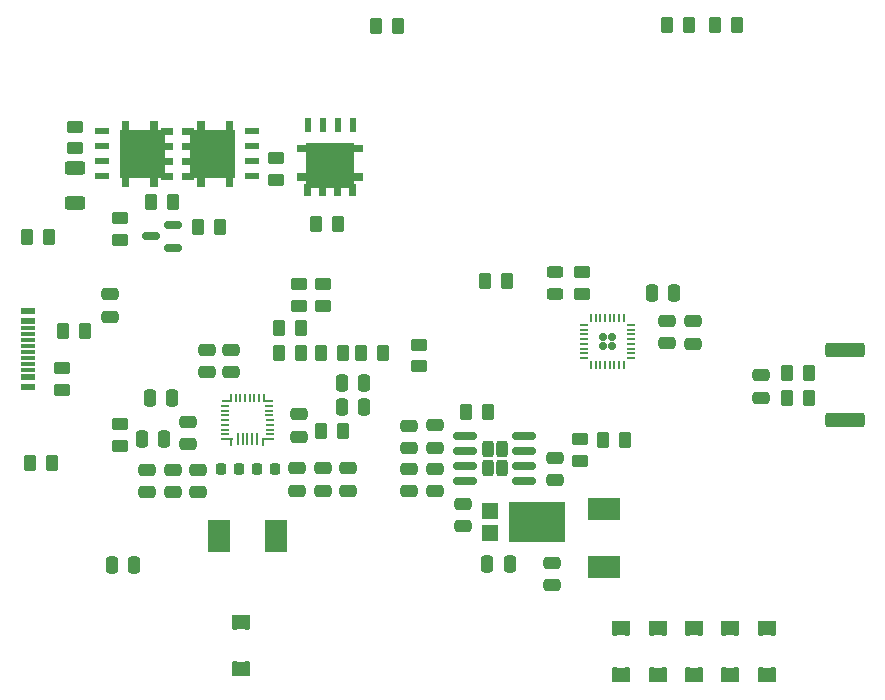
<source format=gbr>
%TF.GenerationSoftware,KiCad,Pcbnew,8.0.3+1*%
%TF.CreationDate,2024-07-24T18:39:24+00:00*%
%TF.ProjectId,LION2CELL02,4c494f4e-3243-4454-9c4c-30322e6b6963,rev?*%
%TF.SameCoordinates,Original*%
%TF.FileFunction,Paste,Bot*%
%TF.FilePolarity,Positive*%
%FSLAX46Y46*%
G04 Gerber Fmt 4.6, Leading zero omitted, Abs format (unit mm)*
G04 Created by KiCad (PCBNEW 8.0.3+1) date 2024-07-24 18:39:24*
%MOMM*%
%LPD*%
G01*
G04 APERTURE LIST*
G04 Aperture macros list*
%AMRoundRect*
0 Rectangle with rounded corners*
0 $1 Rounding radius*
0 $2 $3 $4 $5 $6 $7 $8 $9 X,Y pos of 4 corners*
0 Add a 4 corners polygon primitive as box body*
4,1,4,$2,$3,$4,$5,$6,$7,$8,$9,$2,$3,0*
0 Add four circle primitives for the rounded corners*
1,1,$1+$1,$2,$3*
1,1,$1+$1,$4,$5*
1,1,$1+$1,$6,$7*
1,1,$1+$1,$8,$9*
0 Add four rect primitives between the rounded corners*
20,1,$1+$1,$2,$3,$4,$5,0*
20,1,$1+$1,$4,$5,$6,$7,0*
20,1,$1+$1,$6,$7,$8,$9,0*
20,1,$1+$1,$8,$9,$2,$3,0*%
%AMFreePoly0*
4,1,27,0.405000,0.748540,0.473851,0.737775,0.540468,0.697134,0.586462,0.634092,0.604830,0.558249,0.592775,0.481149,0.592776,0.481149,0.558927,0.388685,0.517726,0.196112,0.503933,-0.000335,0.517820,-0.196775,0.559113,-0.389328,0.593006,-0.481776,0.593005,-0.481776,0.605097,-0.558870,0.586765,-0.634722,0.540802,-0.697786,0.474204,-0.738459,0.405000,-0.749313,0.405000,-0.750000,
0.400623,-0.750000,0.397110,-0.750551,0.394830,-0.750000,-0.645000,-0.750000,-0.645000,0.750000,0.405000,0.750000,0.405000,0.748540,0.405000,0.748540,$1*%
%AMFreePoly1*
4,1,37,-1.390000,2.050000,0.435000,2.050000,0.435000,2.805000,1.035000,2.805000,1.035000,2.050000,1.215000,2.050000,1.215000,-2.050000,1.035000,-2.050000,1.035000,-2.805000,0.435000,-2.805000,0.435000,-2.050000,-1.390000,-2.050000,-1.390000,-2.805000,-1.990000,-2.805000,-1.990000,-2.050000,-2.285000,-2.050000,-2.285000,-2.210000,-3.305000,-2.210000,-3.305000,-1.600000,-2.595000,-1.600000,
-2.595000,-0.940000,-3.305000,-0.940000,-3.305000,-0.330000,-2.595000,-0.330000,-2.595000,0.330000,-3.305000,0.330000,-3.305000,0.940000,-2.595000,0.940000,-2.595000,1.600000,-3.305000,1.600000,-3.305000,2.210000,-2.285000,2.210000,-2.285000,2.050000,-1.990000,2.050000,-1.990000,2.805000,-1.390000,2.805000,-1.390000,2.050000,-1.390000,2.050000,$1*%
G04 Aperture macros list end*
%ADD10RoundRect,0.250000X0.475000X-0.250000X0.475000X0.250000X-0.475000X0.250000X-0.475000X-0.250000X0*%
%ADD11RoundRect,0.225000X0.225000X0.250000X-0.225000X0.250000X-0.225000X-0.250000X0.225000X-0.250000X0*%
%ADD12RoundRect,0.250000X-0.475000X0.250000X-0.475000X-0.250000X0.475000X-0.250000X0.475000X0.250000X0*%
%ADD13RoundRect,0.250000X0.250000X0.475000X-0.250000X0.475000X-0.250000X-0.475000X0.250000X-0.475000X0*%
%ADD14FreePoly0,90.000000*%
%ADD15FreePoly0,270.000000*%
%ADD16R,1.150000X0.600000*%
%ADD17R,1.150000X0.300000*%
%ADD18R,1.903000X2.790000*%
%ADD19R,0.610000X1.270000*%
%ADD20FreePoly1,90.000000*%
%ADD21RoundRect,0.250000X0.262500X0.450000X-0.262500X0.450000X-0.262500X-0.450000X0.262500X-0.450000X0*%
%ADD22RoundRect,0.250000X-0.262500X-0.450000X0.262500X-0.450000X0.262500X0.450000X-0.262500X0.450000X0*%
%ADD23RoundRect,0.250000X0.450000X-0.262500X0.450000X0.262500X-0.450000X0.262500X-0.450000X-0.262500X0*%
%ADD24RoundRect,0.250000X-0.450000X0.262500X-0.450000X-0.262500X0.450000X-0.262500X0.450000X0.262500X0*%
%ADD25RoundRect,0.250000X-0.625000X0.312500X-0.625000X-0.312500X0.625000X-0.312500X0.625000X0.312500X0*%
%ADD26RoundRect,0.050000X-0.425000X-0.050000X0.425000X-0.050000X0.425000X0.050000X-0.425000X0.050000X0*%
%ADD27RoundRect,0.050000X-0.050000X-0.300000X0.050000X-0.300000X0.050000X0.300000X-0.050000X0.300000X0*%
%ADD28RoundRect,0.050000X-0.250000X-0.050000X0.250000X-0.050000X0.250000X0.050000X-0.250000X0.050000X0*%
%ADD29RoundRect,0.050000X-0.400000X-0.050000X0.400000X-0.050000X0.400000X0.050000X-0.400000X0.050000X0*%
%ADD30RoundRect,0.050000X-0.050000X-0.250000X0.050000X-0.250000X0.050000X0.250000X-0.050000X0.250000X0*%
%ADD31RoundRect,0.050000X-0.050000X0.300000X-0.050000X-0.300000X0.050000X-0.300000X0.050000X0.300000X0*%
%ADD32RoundRect,0.050000X-0.300000X-0.050000X0.300000X-0.050000X0.300000X0.050000X-0.300000X0.050000X0*%
%ADD33RoundRect,0.050000X-0.275000X-0.050000X0.275000X-0.050000X0.275000X0.050000X-0.275000X0.050000X0*%
%ADD34RoundRect,0.050000X-0.290000X-0.050000X0.290000X-0.050000X0.290000X0.050000X-0.290000X0.050000X0*%
%ADD35RoundRect,0.050000X-0.050000X-0.450000X0.050000X-0.450000X0.050000X0.450000X-0.050000X0.450000X0*%
%ADD36RoundRect,0.118800X0.181200X0.181200X-0.181200X0.181200X-0.181200X-0.181200X0.181200X-0.181200X0*%
%ADD37RoundRect,0.050000X0.300000X0.050000X-0.300000X0.050000X-0.300000X-0.050000X0.300000X-0.050000X0*%
%ADD38RoundRect,0.050000X0.050000X0.300000X-0.050000X0.300000X-0.050000X-0.300000X0.050000X-0.300000X0*%
%ADD39RoundRect,0.250000X1.425000X-0.362500X1.425000X0.362500X-1.425000X0.362500X-1.425000X-0.362500X0*%
%ADD40R,2.790000X1.903000*%
%ADD41R,1.270000X0.610000*%
%ADD42FreePoly1,0.000000*%
%ADD43RoundRect,0.250000X-0.255000X-0.440000X0.255000X-0.440000X0.255000X0.440000X-0.255000X0.440000X0*%
%ADD44RoundRect,0.150000X-0.825000X-0.150000X0.825000X-0.150000X0.825000X0.150000X-0.825000X0.150000X0*%
%ADD45FreePoly1,180.000000*%
%ADD46R,4.860000X3.360000*%
%ADD47R,1.400000X1.390000*%
%ADD48RoundRect,0.243750X0.456250X-0.243750X0.456250X0.243750X-0.456250X0.243750X-0.456250X-0.243750X0*%
%ADD49RoundRect,0.225000X-0.225000X-0.250000X0.225000X-0.250000X0.225000X0.250000X-0.225000X0.250000X0*%
%ADD50RoundRect,0.250000X-0.250000X-0.475000X0.250000X-0.475000X0.250000X0.475000X-0.250000X0.475000X0*%
%ADD51RoundRect,0.150000X0.587500X0.150000X-0.587500X0.150000X-0.587500X-0.150000X0.587500X-0.150000X0*%
G04 APERTURE END LIST*
D10*
%TO.C,C1*%
X19685000Y38293000D03*
X19685000Y40193000D03*
%TD*%
D11*
%TO.C,C5*%
X33668000Y25400000D03*
X32118000Y25400000D03*
%TD*%
D12*
%TO.C,C6*%
X35560000Y25461000D03*
X35560000Y23561000D03*
%TD*%
%TO.C,C7*%
X45024800Y25418000D03*
X45024800Y23518000D03*
%TD*%
D10*
%TO.C,C8*%
X45050200Y27175600D03*
X45050200Y29075600D03*
%TD*%
D12*
%TO.C,C9*%
X26289000Y29398000D03*
X26289000Y27498000D03*
%TD*%
D13*
%TO.C,C11*%
X41209000Y32639000D03*
X39309000Y32639000D03*
%TD*%
%TO.C,C16*%
X67471104Y40257504D03*
X65571104Y40257504D03*
%TD*%
D12*
%TO.C,C17*%
X69061104Y37905504D03*
X69061104Y36005504D03*
%TD*%
D10*
%TO.C,C18*%
X66864004Y36028304D03*
X66864004Y37928304D03*
%TD*%
D14*
%TO.C,D1*%
X62992000Y8001000D03*
D15*
X62992000Y11811000D03*
%TD*%
%TO.C,D3*%
X30759400Y12369800D03*
D14*
X30759400Y8559800D03*
%TD*%
D15*
%TO.C,D4*%
X66071750Y11811000D03*
D14*
X66071750Y8001000D03*
%TD*%
%TO.C,D7*%
X72231250Y8001000D03*
D15*
X72231250Y11811000D03*
%TD*%
D14*
%TO.C,D8*%
X75311000Y8001000D03*
D15*
X75311000Y11811000D03*
%TD*%
D16*
%TO.C,J1*%
X12756000Y32360000D03*
X12756000Y33160000D03*
D17*
X12756000Y34310000D03*
X12756000Y35310000D03*
X12756000Y35810000D03*
X12756000Y36810000D03*
D16*
X12756000Y38760000D03*
X12756000Y37960000D03*
D17*
X12756000Y37310000D03*
X12756000Y36310000D03*
X12756000Y34810000D03*
X12756000Y33810000D03*
%TD*%
D18*
%TO.C,L1*%
X33762200Y19685000D03*
X28909200Y19685000D03*
%TD*%
D19*
%TO.C,Q1*%
X36449000Y54486000D03*
X37719000Y54486000D03*
X38989000Y54486000D03*
X40259000Y54486000D03*
D20*
X38354000Y51816000D03*
%TD*%
D21*
%TO.C,R1*%
X17549500Y37084000D03*
X15724500Y37084000D03*
%TD*%
%TO.C,R3*%
X35837500Y35179000D03*
X34012500Y35179000D03*
%TD*%
D22*
%TO.C,R5*%
X34012500Y37338000D03*
X35837500Y37338000D03*
%TD*%
D23*
%TO.C,R6*%
X35687000Y39219500D03*
X35687000Y41044500D03*
%TD*%
D24*
%TO.C,R7*%
X20574000Y29182700D03*
X20574000Y27357700D03*
%TD*%
D22*
%TO.C,R8*%
X40997500Y35179000D03*
X42822500Y35179000D03*
%TD*%
%TO.C,R9*%
X37568500Y28575000D03*
X39393500Y28575000D03*
%TD*%
D21*
%TO.C,R11*%
X44092500Y62865000D03*
X42267500Y62865000D03*
%TD*%
D25*
%TO.C,R17*%
X16764000Y50865500D03*
X16764000Y47940500D03*
%TD*%
D21*
%TO.C,R18*%
X25042500Y48006000D03*
X23217500Y48006000D03*
%TD*%
%TO.C,R19*%
X28979500Y45847000D03*
X27154500Y45847000D03*
%TD*%
D23*
%TO.C,R20*%
X59663104Y40234004D03*
X59663104Y42059004D03*
%TD*%
%TO.C,R23*%
X33782000Y49887500D03*
X33782000Y51712500D03*
%TD*%
D22*
%TO.C,R24*%
X51462300Y41325800D03*
X53287300Y41325800D03*
%TD*%
%TO.C,R27*%
X37187500Y46101000D03*
X39012500Y46101000D03*
%TD*%
D23*
%TO.C,R28*%
X20574000Y44807500D03*
X20574000Y46632500D03*
%TD*%
D22*
%TO.C,R32*%
X12701900Y45034200D03*
X14526900Y45034200D03*
%TD*%
%TO.C,R33*%
X12930500Y25908000D03*
X14755500Y25908000D03*
%TD*%
D26*
%TO.C,U1*%
X29610700Y27927500D03*
D27*
X29985700Y27677500D03*
D28*
X29435700Y28327500D03*
X29435700Y28727500D03*
X29435700Y29127500D03*
X29435700Y29527500D03*
X29435700Y29927500D03*
X29435700Y30327500D03*
X29435700Y30727500D03*
D29*
X29585700Y31127500D03*
D27*
X29935700Y31377500D03*
D30*
X30335700Y31427500D03*
X30735700Y31427500D03*
X31135700Y31427500D03*
X31535700Y31427500D03*
X31935700Y31427500D03*
X32335700Y31427500D03*
D31*
X32735700Y31377500D03*
D29*
X33085700Y31127500D03*
D32*
X33185700Y30727500D03*
D33*
X33210700Y30327500D03*
D34*
X33198200Y29927500D03*
D28*
X33235700Y29527500D03*
X33235700Y29127500D03*
X33235700Y28727500D03*
X33235700Y28327500D03*
D27*
X32685700Y27677500D03*
D26*
X33060700Y27927500D03*
D35*
X32135700Y27927500D03*
X31735700Y27927500D03*
X31335700Y27927500D03*
X30935700Y27927500D03*
X30535700Y27927500D03*
%TD*%
D36*
%TO.C,U3*%
X62172104Y35843504D03*
X62172104Y36543504D03*
X61472104Y35843504D03*
X61472104Y36543504D03*
D37*
X63822104Y37593504D03*
X63822104Y37193504D03*
X63822104Y36793504D03*
X63822104Y36393504D03*
X63822104Y35993504D03*
X63822104Y35593504D03*
X63822104Y35193504D03*
X63822104Y34793504D03*
D38*
X63222104Y34193504D03*
X62822104Y34193504D03*
X62422104Y34193504D03*
X62022104Y34193504D03*
X61622104Y34193504D03*
X61222104Y34193504D03*
X60822104Y34193504D03*
X60422104Y34193504D03*
D37*
X59822104Y34793504D03*
X59822104Y35193504D03*
X59822104Y35593504D03*
X59822104Y35993504D03*
X59822104Y36393504D03*
X59822104Y36793504D03*
X59822104Y37193504D03*
X59822104Y37593504D03*
D38*
X60422104Y38193504D03*
X60822104Y38193504D03*
X61222104Y38193504D03*
X61622104Y38193504D03*
X62022104Y38193504D03*
X62422104Y38193504D03*
X62822104Y38193504D03*
X63222104Y38193504D03*
%TD*%
D22*
%TO.C,R4*%
X37568500Y35179000D03*
X39393500Y35179000D03*
%TD*%
D15*
%TO.C,D5*%
X69151500Y11811000D03*
D14*
X69151500Y8001000D03*
%TD*%
D13*
%TO.C,C4*%
X24318000Y27940000D03*
X22418000Y27940000D03*
%TD*%
D10*
%TO.C,C3*%
X27940000Y33594000D03*
X27940000Y35494000D03*
%TD*%
%TO.C,C2*%
X29972000Y33594000D03*
X29972000Y35494000D03*
%TD*%
%TO.C,C10*%
X35737800Y28133000D03*
X35737800Y30033000D03*
%TD*%
D23*
%TO.C,R2*%
X15621000Y32107500D03*
X15621000Y33932500D03*
%TD*%
D21*
%TO.C,R34*%
X78890500Y31369000D03*
X77065500Y31369000D03*
%TD*%
D13*
%TO.C,C19*%
X41209000Y30607000D03*
X39309000Y30607000D03*
%TD*%
%TO.C,C20*%
X24953000Y31369000D03*
X23053000Y31369000D03*
%TD*%
D39*
%TO.C,R35*%
X81915000Y29549500D03*
X81915000Y35474500D03*
%TD*%
D21*
%TO.C,R36*%
X78890500Y33528000D03*
X77065500Y33528000D03*
%TD*%
D24*
%TO.C,R22*%
X16764000Y54379500D03*
X16764000Y52554500D03*
%TD*%
D40*
%TO.C,L2*%
X61534800Y21992300D03*
X61534800Y17139300D03*
%TD*%
D41*
%TO.C,Q5*%
X31753000Y53975000D03*
X31753000Y52705000D03*
X31753000Y51435000D03*
X31753000Y50165000D03*
D42*
X29083000Y52070000D03*
%TD*%
D43*
%TO.C,U2*%
X51673200Y27114000D03*
X51673200Y25464000D03*
X52873200Y27114000D03*
X52873200Y25464000D03*
D44*
X49798200Y24384000D03*
X49798200Y25654000D03*
X49798200Y26924000D03*
X49798200Y28194000D03*
X54748200Y28194000D03*
X54748200Y26924000D03*
X54748200Y25654000D03*
X54748200Y24384000D03*
%TD*%
D13*
%TO.C,C35*%
X53544000Y17356000D03*
X51644000Y17356000D03*
%TD*%
D41*
%TO.C,Q3*%
X19047000Y50165000D03*
X19047000Y51435000D03*
X19047000Y52705000D03*
X19047000Y53975000D03*
D45*
X21717000Y52070000D03*
%TD*%
D12*
%TO.C,C36*%
X57115200Y17467800D03*
X57115200Y15567800D03*
%TD*%
D23*
%TO.C,TH3*%
X37719000Y39219500D03*
X37719000Y41044500D03*
%TD*%
D12*
%TO.C,C27*%
X22860000Y25334000D03*
X22860000Y23434000D03*
%TD*%
D24*
%TO.C,R13*%
X59461400Y27912700D03*
X59461400Y26087700D03*
%TD*%
D22*
%TO.C,R12*%
X49852700Y30208400D03*
X51677700Y30208400D03*
%TD*%
D46*
%TO.C,D2*%
X55822200Y20912000D03*
D47*
X51840200Y19992000D03*
X51840200Y21832000D03*
%TD*%
D22*
%TO.C,R14*%
X70969500Y62992000D03*
X72794500Y62992000D03*
%TD*%
D23*
%TO.C,TH4*%
X45897800Y34088700D03*
X45897800Y35913700D03*
%TD*%
D48*
%TO.C,D6*%
X57377104Y40209004D03*
X57377104Y42084004D03*
%TD*%
D10*
%TO.C,C21*%
X74803000Y31435000D03*
X74803000Y33335000D03*
%TD*%
D12*
%TO.C,C25*%
X25019000Y25334000D03*
X25019000Y23434000D03*
%TD*%
D21*
%TO.C,R15*%
X68730500Y62992000D03*
X66905500Y62992000D03*
%TD*%
D12*
%TO.C,C13*%
X47183800Y25418000D03*
X47183800Y23518000D03*
%TD*%
D49*
%TO.C,C24*%
X29070000Y25400000D03*
X30620000Y25400000D03*
%TD*%
D12*
%TO.C,C31*%
X39878000Y25461000D03*
X39878000Y23561000D03*
%TD*%
%TO.C,C30*%
X37719000Y25461000D03*
X37719000Y23561000D03*
%TD*%
D50*
%TO.C,C29*%
X19878000Y17272000D03*
X21778000Y17272000D03*
%TD*%
D12*
%TO.C,C26*%
X27178000Y25334000D03*
X27178000Y23434000D03*
%TD*%
D10*
%TO.C,C12*%
X47183800Y27201000D03*
X47183800Y29101000D03*
%TD*%
D12*
%TO.C,C38*%
X57378600Y26324600D03*
X57378600Y24424600D03*
%TD*%
D21*
%TO.C,R10*%
X63269500Y27863800D03*
X61444500Y27863800D03*
%TD*%
D51*
%TO.C,Q2*%
X25067500Y46035000D03*
X25067500Y44135000D03*
X23192500Y45085000D03*
%TD*%
D12*
%TO.C,C23*%
X49596800Y22471600D03*
X49596800Y20571600D03*
%TD*%
M02*

</source>
